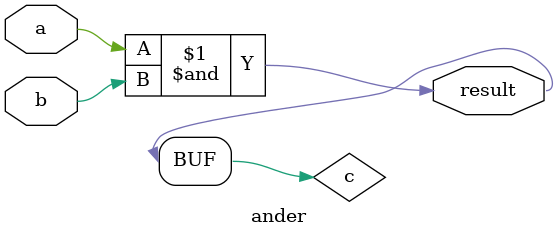
<source format=v>
`timescale 1 ns / 1 ps

module ander (a, b, result);

    input a,b;
    output result;
    wire c;

    assign c = a & b;
    assign result = c;

endmodule

</source>
